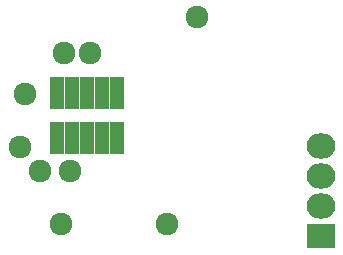
<source format=gbs>
G04 #@! TF.FileFunction,Soldermask,Bot*
%FSLAX46Y46*%
G04 Gerber Fmt 4.6, Leading zero omitted, Abs format (unit mm)*
G04 Created by KiCad (PCBNEW (2015-12-18 BZR 6383, Git 02d9bbb)-product) date Sun 17 Jan 2016 02:01:38 PM EET*
%MOMM*%
G01*
G04 APERTURE LIST*
%ADD10C,0.100000*%
%ADD11R,2.432000X2.127200*%
%ADD12O,2.432000X2.127200*%
%ADD13R,1.160000X2.800000*%
%ADD14C,1.924000*%
G04 APERTURE END LIST*
D10*
D11*
X74680000Y-82959500D03*
D12*
X74680000Y-80419500D03*
X74680000Y-77879500D03*
X74680000Y-75339500D03*
D13*
X57470000Y-74669500D03*
X57470000Y-70859500D03*
X56200000Y-74669500D03*
X56200000Y-70859500D03*
X54930000Y-74669500D03*
X54930000Y-70859500D03*
X53660000Y-74669500D03*
X53660000Y-70859500D03*
X52390000Y-74669500D03*
X52390000Y-70859500D03*
D14*
X61680000Y-81919500D03*
X49680000Y-70919500D03*
X52680000Y-81919500D03*
X52930000Y-67419500D03*
X49180000Y-75419500D03*
X50930000Y-77419500D03*
X53430000Y-77419500D03*
X55180000Y-67419500D03*
X64180000Y-64419500D03*
M02*

</source>
